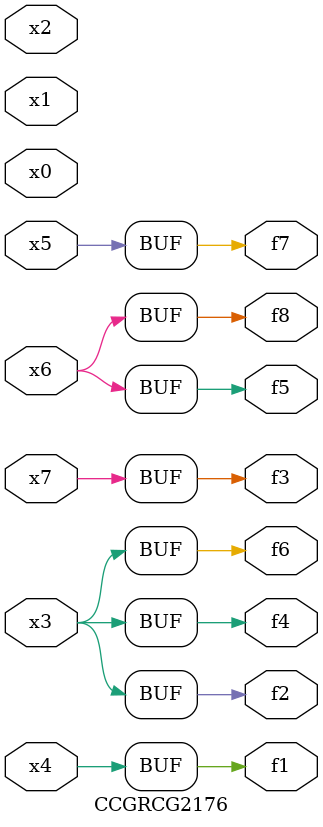
<source format=v>
module CCGRCG2176(
	input x0, x1, x2, x3, x4, x5, x6, x7,
	output f1, f2, f3, f4, f5, f6, f7, f8
);
	assign f1 = x4;
	assign f2 = x3;
	assign f3 = x7;
	assign f4 = x3;
	assign f5 = x6;
	assign f6 = x3;
	assign f7 = x5;
	assign f8 = x6;
endmodule

</source>
